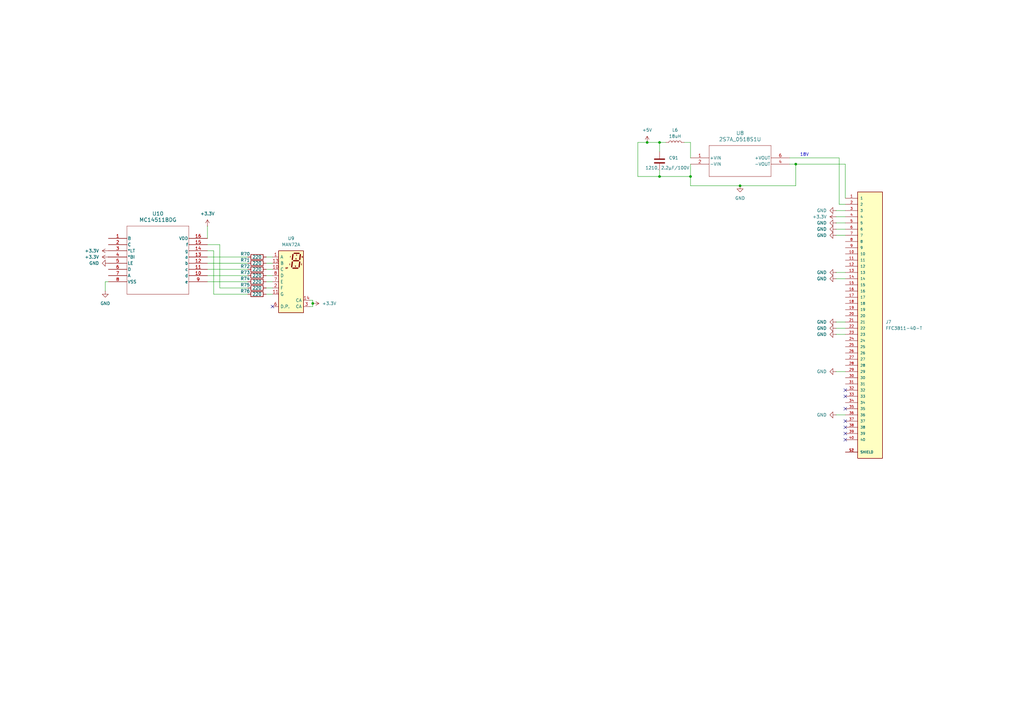
<source format=kicad_sch>
(kicad_sch (version 20250114) (generator "eeschema") (generator_version "9.0")
  (paper "A3")
  (title_block (title "Display") (date "2025-09-22") (rev "0"))
  (lib_symbols
    (symbol "2S7A_0518S1U:2S7A_0518S1U" (pin_names (offset 0.254))
      (property "Reference" "U" (at 20.32 10.16 0))
      (property "Value" "2S7A_0518S1U" (at 20.32 7.62 0))
      (symbol "2S7A_0518S1U_0_1"
        (polyline (pts (xy 7.62 5.08) (xy 7.62 -7.62)) (stroke (width 0.127)))
        (polyline (pts (xy 7.62 -7.62) (xy 33.02 -7.62)) (stroke (width 0.127)))
        (polyline (pts (xy 33.02 5.08) (xy 7.62 5.08)) (stroke (width 0.127)))
        (polyline (pts (xy 33.02 -7.62) (xy 33.02 5.08)) (stroke (width 0.127)))
        (pin power_in line (at 0 0 0) (length 7.62) (name "+VIN") (number "1"))
        (pin power_in line (at 0 -2.54 0) (length 7.62) (name "-VIN") (number "2"))
        (pin power_in line (at 40.64 0 180) (length 7.62) (name "+VOUT") (number "6"))
        (pin power_in line (at 40.64 -2.54 180) (length 7.62) (name "-VOUT") (number "4"))
      )
    )
    (symbol "Device:C" (pin_numbers (hide yes)) (pin_names (offset 0.254))
      (property "Reference" "C" (at 0.635 2.54 0))
      (property "Value" "C" (at 0.635 -2.54 0))
      (symbol "C_0_1"
        (polyline (pts (xy -2.032 0.762) (xy 2.032 0.762)) (stroke (width 0.508)))
        (polyline (pts (xy -2.032 -0.762) (xy 2.032 -0.762)) (stroke (width 0.508)))
      )
      (symbol "C_1_1"
        (pin passive line (at 0 3.81 270) (length 2.794) (name "~") (number "1"))
        (pin passive line (at 0 -3.81 90) (length 2.794) (name "~") (number "2"))
      )
    )
    (symbol "Device:L" (pin_numbers (hide yes)) (pin_names (offset 1.016) (hide yes))
      (property "Reference" "L" (at -1.27 0 90))
      (property "Value" "L" (at 1.905 0 90))
      (symbol "L_0_1"
        (arc (start 0 2.54) (mid 0.6323 1.905) (end 0 1.27))
        (arc (start 0 1.27) (mid 0.6323 0.635) (end 0 0))
        (arc (start 0 0) (mid 0.6323 -0.635) (end 0 -1.27))
        (arc (start 0 -1.27) (mid 0.6323 -1.905) (end 0 -2.54))
      )
      (symbol "L_1_1"
        (pin passive line (at 0 3.81 270) (length 1.27) (name "1") (number "1"))
        (pin passive line (at 0 -3.81 90) (length 1.27) (name "2") (number "2"))
      )
    )
    (symbol "Device:R" (pin_numbers (hide yes)) (pin_names (offset 0))
      (property "Reference" "R" (at 2.032 0 90))
      (property "Value" "R" (at 0 0 90))
      (symbol "R_0_1"
        (rectangle (start -1.016 -2.54) (end 1.016 2.54) (stroke (width 0.254)))
      )
      (symbol "R_1_1"
        (pin passive line (at 0 3.81 270) (length 1.27) (name "~") (number "1"))
        (pin passive line (at 0 -3.81 90) (length 1.27) (name "~") (number "2"))
      )
    )
    (symbol "Display_Character:MAN72A" (pin_names (offset 0.635))
      (property "Reference" "U" (at -2.54 13.97 0))
      (property "Value" "MAN72A" (at 2.794 -14.224 0))
      (symbol "MAN72A_0_0"
        (text "DP" (at -1.778 5.588 0) (effects (font (size 0.508 0.508))))
        (text "E" (at -0.508 7.112 0) (effects (font (size 0.508 0.508))))
        (text "F" (at -0.254 10.16 0) (effects (font (size 0.508 0.508))))
        (text "D" (at 1.778 6.35 0) (effects (font (size 0.508 0.508))))
        (text "G" (at 2.032 9.398 0) (effects (font (size 0.508 0.508))))
        (text "A" (at 2.286 10.922 0) (effects (font (size 0.508 0.508))))
        (text "C" (at 4.318 7.112 0) (effects (font (size 0.508 0.508))))
        (text "B" (at 4.572 10.16 0) (effects (font (size 0.508 0.508))))
      )
      (symbol "MAN72A_0_1"
        (rectangle (start -5.08 12.7) (end 5.08 -12.7) (stroke (width 0.254)) (fill (type background)))
        (polyline (pts (xy -0.762 5.588) (xy -0.762 5.588)) (stroke (width 0.508)))
        (polyline (pts (xy 0.508 8.128) (xy 0.254 6.096)) (stroke (width 0.508)))
        (polyline (pts (xy 0.762 11.176) (xy 0.508 9.144)) (stroke (width 0.508)))
        (polyline (pts (xy 0.762 5.588) (xy 2.794 5.588)) (stroke (width 0.508)))
        (polyline (pts (xy 1.016 8.636) (xy 3.048 8.636)) (stroke (width 0.508)))
        (polyline (pts (xy 1.27 11.684) (xy 3.302 11.684)) (stroke (width 0.508)))
        (polyline (pts (xy 3.556 8.128) (xy 3.302 6.096)) (stroke (width 0.508)))
        (polyline (pts (xy 3.81 11.176) (xy 3.556 9.144)) (stroke (width 0.508)))
      )
      (symbol "MAN72A_1_1"
        (pin input line (at -7.62 10.16 0) (length 2.54) (name "A") (number "1"))
        (pin input line (at -7.62 7.62 0) (length 2.54) (name "B") (number "13"))
        (pin input line (at -7.62 5.08 0) (length 2.54) (name "C") (number "10"))
        (pin input line (at -7.62 2.54 0) (length 2.54) (name "D") (number "8"))
        (pin input line (at -7.62 0 0) (length 2.54) (name "E") (number "7"))
        (pin input line (at -7.62 -2.54 0) (length 2.54) (name "F") (number "2"))
        (pin input line (at -7.62 -5.08 0) (length 2.54) (name "G") (number "11"))
        (pin input line (at -7.62 -10.16 0) (length 2.54) (name "D.P.") (number "6"))
        (pin no_connect line (at 5.08 2.54 180) (length 2.54) (hide yes) (name "NC") (number "4"))
        (pin no_connect line (at 5.08 0 180) (length 2.54) (hide yes) (name "NC") (number "5"))
        (pin no_connect line (at 5.08 -2.54 180) (length 2.54) (hide yes) (name "NC") (number "9"))
        (pin no_connect line (at 5.08 -5.08 180) (length 2.54) (hide yes) (name "NC") (number "12"))
        (pin input line (at 7.62 -7.62 180) (length 2.54) (name "CA") (number "14"))
        (pin input line (at 7.62 -10.16 180) (length 2.54) (name "CA") (number "3"))
      )
    )
    (symbol "FFC3B11-40-T:FFC3B11-40-T" (pin_names (offset 1.016))
      (property "Reference" "J" (at -5.08 54.102 0))
      (property "Value" "FFC3B11-40-T" (at -5.08 -58.42 0))
      (symbol "FFC3B11-40-T_0_0"
        (rectangle (start -5.08 -55.88) (end 5.08 53.34) (stroke (width 0.254)) (fill (type background)))
        (pin passive line (at -10.16 50.8 0) (length 5.08) (name "1") (number "1"))
        (pin passive line (at -10.16 48.26 0) (length 5.08) (name "2") (number "2"))
        (pin passive line (at -10.16 45.72 0) (length 5.08) (name "3") (number "3"))
        (pin passive line (at -10.16 43.18 0) (length 5.08) (name "4") (number "4"))
        (pin passive line (at -10.16 40.64 0) (length 5.08) (name "5") (number "5"))
        (pin passive line (at -10.16 38.1 0) (length 5.08) (name "6") (number "6"))
        (pin passive line (at -10.16 35.56 0) (length 5.08) (name "7") (number "7"))
        (pin passive line (at -10.16 33.02 0) (length 5.08) (name "8") (number "8"))
        (pin passive line (at -10.16 30.48 0) (length 5.08) (name "9") (number "9"))
        (pin passive line (at -10.16 27.94 0) (length 5.08) (name "10") (number "10"))
        (pin passive line (at -10.16 25.4 0) (length 5.08) (name "11") (number "11"))
        (pin passive line (at -10.16 22.86 0) (length 5.08) (name "12") (number "12"))
        (pin passive line (at -10.16 20.32 0) (length 5.08) (name "13") (number "13"))
        (pin passive line (at -10.16 17.78 0) (length 5.08) (name "14") (number "14"))
        (pin passive line (at -10.16 15.24 0) (length 5.08) (name "15") (number "15"))
        (pin passive line (at -10.16 12.7 0) (length 5.08) (name "16") (number "16"))
        (pin passive line (at -10.16 10.16 0) (length 5.08) (name "17") (number "17"))
        (pin passive line (at -10.16 7.62 0) (length 5.08) (name "18") (number "18"))
        (pin passive line (at -10.16 5.08 0) (length 5.08) (name "19") (number "19"))
        (pin passive line (at -10.16 2.54 0) (length 5.08) (name "20") (number "20"))
        (pin passive line (at -10.16 0 0) (length 5.08) (name "21") (number "21"))
        (pin passive line (at -10.16 -2.54 0) (length 5.08) (name "22") (number "22"))
        (pin passive line (at -10.16 -5.08 0) (length 5.08) (name "23") (number "23"))
        (pin passive line (at -10.16 -7.62 0) (length 5.08) (name "24") (number "24"))
        (pin passive line (at -10.16 -10.16 0) (length 5.08) (name "25") (number "25"))
        (pin passive line (at -10.16 -12.7 0) (length 5.08) (name "26") (number "26"))
        (pin passive line (at -10.16 -15.24 0) (length 5.08) (name "27") (number "27"))
        (pin passive line (at -10.16 -17.78 0) (length 5.08) (name "28") (number "28"))
        (pin passive line (at -10.16 -20.32 0) (length 5.08) (name "29") (number "29"))
        (pin passive line (at -10.16 -22.86 0) (length 5.08) (name "30") (number "30"))
        (pin passive line (at -10.16 -25.4 0) (length 5.08) (name "31") (number "31"))
        (pin passive line (at -10.16 -27.94 0) (length 5.08) (name "32") (number "32"))
        (pin passive line (at -10.16 -30.48 0) (length 5.08) (name "33") (number "33"))
        (pin passive line (at -10.16 -33.02 0) (length 5.08) (name "34") (number "34"))
        (pin passive line (at -10.16 -35.56 0) (length 5.08) (name "35") (number "35"))
        (pin passive line (at -10.16 -38.1 0) (length 5.08) (name "36") (number "36"))
        (pin passive line (at -10.16 -40.64 0) (length 5.08) (name "37") (number "37"))
        (pin passive line (at -10.16 -43.18 0) (length 5.08) (name "38") (number "38"))
        (pin passive line (at -10.16 -45.72 0) (length 5.08) (name "39") (number "39"))
        (pin passive line (at -10.16 -48.26 0) (length 5.08) (name "40") (number "40"))
        (pin passive line (at -10.16 -53.34 0) (length 5.08) (name "SHIELD") (number "S1"))
        (pin passive line (at -10.16 -53.34 0) (length 5.08) (name "SHIELD") (number "S2"))
      )
    )
    (symbol "MC14511BDG:MC14511BDG" (pin_names (offset 0.254))
      (property "Reference" "U" (at 20.32 10.16 0))
      (property "Value" "MC14511BDG" (at 20.32 7.62 0))
      (symbol "MC14511BDG_0_1"
        (polyline (pts (xy 7.62 5.08) (xy 7.62 -22.86)) (stroke (width 0.127)))
        (polyline (pts (xy 7.62 -22.86) (xy 33.02 -22.86)) (stroke (width 0.127)))
        (polyline (pts (xy 33.02 5.08) (xy 7.62 5.08)) (stroke (width 0.127)))
        (polyline (pts (xy 33.02 -22.86) (xy 33.02 5.08)) (stroke (width 0.127)))
        (pin input line (at 0 0 0) (length 7.62) (name "B") (number "1"))
        (pin input line (at 0 -2.54 0) (length 7.62) (name "C") (number "2"))
        (pin input line (at 0 -5.08 0) (length 7.62) (name "*LT") (number "3"))
        (pin input line (at 0 -7.62 0) (length 7.62) (name "*BI") (number "4"))
        (pin input line (at 0 -10.16 0) (length 7.62) (name "LE") (number "5"))
        (pin input line (at 0 -12.7 0) (length 7.62) (name "D") (number "6"))
        (pin input line (at 0 -15.24 0) (length 7.62) (name "A") (number "7"))
        (pin power_in line (at 0 -17.78 0) (length 7.62) (name "VSS") (number "8"))
        (pin power_in line (at 40.64 0 180) (length 7.62) (name "VDD") (number "16"))
        (pin output line (at 40.64 -2.54 180) (length 7.62) (name "f") (number "15"))
        (pin output line (at 40.64 -5.08 180) (length 7.62) (name "g") (number "14"))
        (pin output line (at 40.64 -7.62 180) (length 7.62) (name "a") (number "13"))
        (pin output line (at 40.64 -10.16 180) (length 7.62) (name "b") (number "12"))
        (pin output line (at 40.64 -12.7 180) (length 7.62) (name "c") (number "11"))
        (pin output line (at 40.64 -15.24 180) (length 7.62) (name "d") (number "10"))
        (pin output line (at 40.64 -17.78 180) (length 7.62) (name "e") (number "9"))
      )
    )
    (symbol "power:+3.3V" (power) (pin_numbers (hide yes)) (pin_names (offset 0) (hide yes))
      (property "Value" "+3.3V" (at 0 3.556 0))
      (symbol "+3.3V_0_1"
        (polyline (pts (xy -0.762 1.27) (xy 0 2.54)))
        (polyline (pts (xy 0 2.54) (xy 0.762 1.27)))
        (polyline (pts (xy 0 0) (xy 0 2.54)))
      )
      (symbol "+3.3V_1_1"
        (pin power_in line (at 0 0 90) (length 0) (name "~") (number "1"))
      )
    )
    (symbol "power:+5V" (power) (pin_numbers (hide yes)) (pin_names (offset 0) (hide yes))
      (property "Value" "+5V" (at 0 3.556 0))
      (symbol "+5V_0_1"
        (polyline (pts (xy -0.762 1.27) (xy 0 2.54)))
        (polyline (pts (xy 0 2.54) (xy 0.762 1.27)))
        (polyline (pts (xy 0 0) (xy 0 2.54)))
      )
      (symbol "+5V_1_1"
        (pin power_in line (at 0 0 90) (length 0) (name "~") (number "1"))
      )
    )
    (symbol "power:GND" (power) (pin_numbers (hide yes)) (pin_names (offset 0) (hide yes))
      (property "Value" "GND" (at 0 -3.81 0))
      (symbol "GND_0_1"
        (polyline (pts (xy 0 0) (xy 0 -1.27) (xy 1.27 -1.27) (xy 0 -2.54) (xy -1.27 -1.27) (xy 0 -1.27)))
      )
      (symbol "GND_1_1"
        (pin power_in line (at 0 0 270) (length 0) (name "~") (number "1"))
      )
    )
  )
  (text "18V" (at 329.946 63.5 0) (effects (font (size 1.27 1.27))))
  (junction (at 326.39 67.31))
  (junction (at 128.27 124.46))
  (junction (at 270.51 58.42))
  (junction (at 265.43 58.42))
  (junction (at 270.51 72.39))
  (junction (at 283.21 72.39))
  (junction (at 303.53 76.2))
  (no_connect (at 346.71 162.56))
  (no_connect (at 346.71 160.02))
  (no_connect (at 346.71 175.26))
  (no_connect (at 111.76 125.73))
  (no_connect (at 346.71 180.34))
  (no_connect (at 346.71 177.8))
  (no_connect (at 346.71 167.64))
  (no_connect (at 346.71 172.72))
  (wire (pts (xy 326.39 76.2) (xy 326.39 67.31)))
  (wire (pts (xy 109.22 107.95) (xy 111.76 107.95)))
  (wire (pts (xy 109.22 110.49) (xy 111.76 110.49)))
  (wire (pts (xy 270.51 72.39) (xy 283.21 72.39)))
  (wire (pts (xy 109.22 118.11) (xy 111.76 118.11)))
  (wire (pts (xy 128.27 124.46) (xy 128.27 123.19)))
  (wire (pts (xy 326.39 67.31) (xy 346.71 67.31)))
  (wire (pts (xy 323.85 64.77) (xy 344.17 64.77)))
  (wire (pts (xy 270.51 69.85) (xy 270.51 72.39)))
  (wire (pts (xy 326.39 67.31) (xy 323.85 67.31)))
  (wire (pts (xy 90.17 100.33) (xy 85.09 100.33)))
  (wire (pts (xy 87.63 102.87) (xy 87.63 120.65)))
  (wire (pts (xy 43.18 115.57) (xy 43.18 119.38)))
  (wire (pts (xy 303.53 76.2) (xy 326.39 76.2)))
  (wire (pts (xy 342.9 152.4) (xy 346.71 152.4)))
  (wire (pts (xy 342.9 170.18) (xy 346.71 170.18)))
  (wire (pts (xy 342.9 111.76) (xy 346.71 111.76)))
  (wire (pts (xy 44.45 115.57) (xy 43.18 115.57)))
  (wire (pts (xy 85.09 115.57) (xy 101.6 115.57)))
  (wire (pts (xy 344.17 64.77) (xy 344.17 83.82)))
  (wire (pts (xy 85.09 113.03) (xy 101.6 113.03)))
  (wire (pts (xy 85.09 110.49) (xy 101.6 110.49)))
  (wire (pts (xy 90.17 118.11) (xy 101.6 118.11)))
  (wire (pts (xy 127 125.73) (xy 128.27 125.73)))
  (wire (pts (xy 128.27 123.19) (xy 127 123.19)))
  (wire (pts (xy 261.62 58.42) (xy 261.62 72.39)))
  (wire (pts (xy 109.22 113.03) (xy 111.76 113.03)))
  (wire (pts (xy 283.21 67.31) (xy 283.21 72.39)))
  (wire (pts (xy 346.71 67.31) (xy 346.71 81.28)))
  (wire (pts (xy 85.09 107.95) (xy 101.6 107.95)))
  (wire (pts (xy 85.09 105.41) (xy 101.6 105.41)))
  (wire (pts (xy 342.9 134.62) (xy 346.71 134.62)))
  (wire (pts (xy 342.9 88.9) (xy 346.71 88.9)))
  (wire (pts (xy 90.17 100.33) (xy 90.17 118.11)))
  (wire (pts (xy 109.22 120.65) (xy 111.76 120.65)))
  (wire (pts (xy 109.22 105.41) (xy 111.76 105.41)))
  (wire (pts (xy 87.63 120.65) (xy 101.6 120.65)))
  (wire (pts (xy 85.09 92.71) (xy 85.09 97.79)))
  (wire (pts (xy 280.67 58.42) (xy 283.21 58.42)))
  (wire (pts (xy 273.05 58.42) (xy 270.51 58.42)))
  (wire (pts (xy 283.21 76.2) (xy 303.53 76.2)))
  (wire (pts (xy 342.9 93.98) (xy 346.71 93.98)))
  (wire (pts (xy 342.9 96.52) (xy 346.71 96.52)))
  (wire (pts (xy 261.62 72.39) (xy 270.51 72.39)))
  (wire (pts (xy 85.09 102.87) (xy 87.63 102.87)))
  (wire (pts (xy 283.21 76.2) (xy 283.21 72.39)))
  (wire (pts (xy 342.9 91.44) (xy 346.71 91.44)))
  (wire (pts (xy 342.9 132.08) (xy 346.71 132.08)))
  (wire (pts (xy 109.22 115.57) (xy 111.76 115.57)))
  (wire (pts (xy 342.9 114.3) (xy 346.71 114.3)))
  (wire (pts (xy 342.9 137.16) (xy 346.71 137.16)))
  (wire (pts (xy 283.21 64.77) (xy 283.21 58.42)))
  (wire (pts (xy 342.9 86.36) (xy 346.71 86.36)))
  (wire (pts (xy 344.17 83.82) (xy 346.71 83.82)))
  (wire (pts (xy 270.51 58.42) (xy 270.51 62.23)))
  (wire (pts (xy 265.43 58.42) (xy 270.51 58.42)))
  (wire (pts (xy 261.62 58.42) (xy 265.43 58.42)))
  (wire (pts (xy 128.27 125.73) (xy 128.27 124.46)))
  (symbol (lib_id "power:+3.3V") (at 128.27 124.46 270) (unit 1)
    (property "Reference" "#PWR0139" (effects (hide yes)))
    (property "Value" "+3.3V" (at 132.08 124.4599 90) (effects (justify left)))
    (property "Description" "Power symbol creates a global label with name \"+3.3V\"" (effects (hide yes)))
  )
  (symbol (lib_id "power:GND") (at 342.9 91.44 270) (unit 1)
    (property "Reference" "#PWR0130" (effects (hide yes)))
    (property "Value" "GND" (at 339.09 91.4399 90) (effects (justify right)))
    (property "Description" "Power symbol creates a global label with name \"GND\" , ground" (effects (hide yes)))
  )
  (symbol (lib_id "power:GND") (at 342.9 137.16 270) (unit 1)
    (property "Reference" "#PWR0137" (effects (hide yes)))
    (property "Value" "GND" (at 339.09 137.1599 90) (effects (justify right)))
    (property "Description" "Power symbol creates a global label with name \"GND\" , ground" (effects (hide yes)))
  )
  (symbol (lib_id "power:+3.3V") (at 44.45 102.87 90) (unit 1)
    (property "Reference" "#PWR0142" (effects (hide yes)))
    (property "Value" "+3.3V" (at 40.64 102.8699 90) (effects (justify left)))
    (property "Description" "Power symbol creates a global label with name \"+3.3V\"" (effects (hide yes)))
  )
  (symbol (lib_id "power:GND") (at 44.45 107.95 270) (unit 1)
    (property "Reference" "#PWR0144" (effects (hide yes)))
    (property "Value" "GND" (at 40.64 107.9499 90) (effects (justify right)))
    (property "Description" "Power symbol creates a global label with name \"GND\" , ground" (effects (hide yes)))
  )
  (symbol (lib_id "Display_Character:MAN72A") (at 119.38 115.57 0) (unit 1)
    (property "Reference" "U9" (at 119.38 97.79 0))
    (property "Value" "MAN72A" (at 119.38 100.33 0))
    (property "Footprint" "Display_7Segment:MAN72A" (effects (hide yes)))
    (property "Datasheet" "https://www.digchip.com/datasheets/parts/datasheet/161/MAN3640A-pdf.php" (effects (hide yes)))
    (property "Description" "Single digit 7 segment red LED common anode left hand decimal" (effects (hide yes)))
  )
  (symbol (lib_id "Device:R") (at 105.41 115.57 90) (unit 1)
    (property "Reference" "R74" (at 100.584 114.3 90))
    (property "Value" "220" (at 105.41 115.57 90))
    (property "Footprint" "Resistor_SMD:R_0805_2012Metric" (effects (hide yes)))
    (property "Description" "Resistor" (effects (hide yes)))
  )
  (symbol (lib_id "Device:R") (at 105.41 113.03 90) (unit 1)
    (property "Reference" "R73" (at 100.584 111.76 90))
    (property "Value" "220" (at 105.41 113.03 90))
    (property "Footprint" "Resistor_SMD:R_0805_2012Metric" (effects (hide yes)))
    (property "Description" "Resistor" (effects (hide yes)))
  )
  (symbol (lib_id "Device:L") (at 276.86 58.42 90) (unit 1)
    (property "Reference" "L6" (at 276.86 53.34 90))
    (property "Value" "18uH" (at 276.86 55.88 90))
    (property "Description" "Inductor" (effects (hide yes)))
  )
  (symbol (lib_id "power:GND") (at 342.9 134.62 270) (unit 1)
    (property "Reference" "#PWR0136" (effects (hide yes)))
    (property "Value" "GND" (at 339.09 134.6199 90) (effects (justify right)))
    (property "Description" "Power symbol creates a global label with name \"GND\" , ground" (effects (hide yes)))
  )
  (symbol (lib_id "power:GND") (at 342.9 114.3 270) (unit 1)
    (property "Reference" "#PWR0134" (effects (hide yes)))
    (property "Value" "GND" (at 339.09 114.2999 90) (effects (justify right)))
    (property "Description" "Power symbol creates a global label with name \"GND\" , ground" (effects (hide yes)))
  )
  (symbol (lib_id "power:+3.3V") (at 44.45 105.41 90) (unit 1)
    (property "Reference" "#PWR0143" (effects (hide yes)))
    (property "Value" "+3.3V" (at 40.64 105.4099 90) (effects (justify left)))
    (property "Description" "Power symbol creates a global label with name \"+3.3V\"" (effects (hide yes)))
  )
  (symbol (lib_id "power:+3.3V") (at 85.09 92.71 0) (unit 1)
    (property "Reference" "#PWR0140" (effects (hide yes)))
    (property "Value" "+3.3V" (at 85.09 87.63 0))
    (property "Description" "Power symbol creates a global label with name \"+3.3V\"" (effects (hide yes)))
  )
  (symbol (lib_id "power:GND") (at 342.9 170.18 270) (unit 1)
    (property "Reference" "#PWR0129" (effects (hide yes)))
    (property "Value" "GND" (at 339.09 170.1799 90) (effects (justify right)))
    (property "Description" "Power symbol creates a global label with name \"GND\" , ground" (effects (hide yes)))
  )
  (symbol (lib_id "power:GND") (at 342.9 132.08 270) (unit 1)
    (property "Reference" "#PWR0135" (effects (hide yes)))
    (property "Value" "GND" (at 339.09 132.0799 90) (effects (justify right)))
    (property "Description" "Power symbol creates a global label with name \"GND\" , ground" (effects (hide yes)))
  )
  (symbol (lib_id "Device:R") (at 105.41 120.65 90) (unit 1)
    (property "Reference" "R76" (at 100.584 119.38 90))
    (property "Value" "220" (at 105.41 120.65 90))
    (property "Footprint" "Resistor_SMD:R_0805_2012Metric" (effects (hide yes)))
    (property "Description" "Resistor" (effects (hide yes)))
  )
  (symbol (lib_id "Device:C") (at 270.51 66.04 0) (unit 1)
    (property "Reference" "C91" (at 274.32 64.7699 0) (effects (justify left)))
    (property "Value" "1210, 2.2µF/100V" (at 264.668 68.834 0) (effects (justify left)))
    (property "Description" "Unpolarized capacitor" (effects (hide yes)))
  )
  (symbol (lib_id "Device:R") (at 105.41 107.95 90) (unit 1)
    (property "Reference" "R71" (at 100.584 106.68 90))
    (property "Value" "220" (at 105.41 107.95 90))
    (property "Footprint" "Resistor_SMD:R_0805_2012Metric" (effects (hide yes)))
    (property "Description" "Resistor" (effects (hide yes)))
  )
  (symbol (lib_id "power:GND") (at 303.53 76.2 0) (unit 1)
    (property "Reference" "#PWR0120" (effects (hide yes)))
    (property "Value" "GND" (at 303.53 81.28 0))
    (property "Description" "Power symbol creates a global label with name \"GND\" , ground" (effects (hide yes)))
  )
  (symbol (lib_id "power:GND") (at 342.9 96.52 270) (unit 1)
    (property "Reference" "#PWR0132" (effects (hide yes)))
    (property "Value" "GND" (at 339.09 96.5199 90) (effects (justify right)))
    (property "Description" "Power symbol creates a global label with name \"GND\" , ground" (effects (hide yes)))
  )
  (symbol (lib_id "MC14511BDG:MC14511BDG") (at 44.45 97.79 0) (unit 1)
    (property "Reference" "U10" (at 64.77 87.63 0) (effects (font (size 1.524 1.524))))
    (property "Value" "MC14511BDG" (at 64.77 90.17 0) (effects (font (size 1.524 1.524))))
    (property "Footprint" "MC14511BDG:SOIC-16_ONS" (effects (hide yes)))
    (property "Datasheet" "MC14511BDG" (effects (hide yes)))
  )
  (symbol (lib_id "power:+3.3V") (at 342.9 88.9 90) (unit 1)
    (property "Reference" "#PWR0127" (effects (hide yes)))
    (property "Value" "+3.3V" (at 339.09 88.8999 90) (effects (justify left)))
    (property "Description" "Power symbol creates a global label with name \"+3.3V\"" (effects (hide yes)))
  )
  (symbol (lib_id "power:GND") (at 342.9 152.4 270) (unit 1)
    (property "Reference" "#PWR0128" (effects (hide yes)))
    (property "Value" "GND" (at 339.09 152.3999 90) (effects (justify right)))
    (property "Description" "Power symbol creates a global label with name \"GND\" , ground" (effects (hide yes)))
  )
  (symbol (lib_id "power:GND") (at 342.9 93.98 270) (unit 1)
    (property "Reference" "#PWR0131" (effects (hide yes)))
    (property "Value" "GND" (at 339.09 93.9799 90) (effects (justify right)))
    (property "Description" "Power symbol creates a global label with name \"GND\" , ground" (effects (hide yes)))
  )
  (symbol (lib_id "Device:R") (at 105.41 105.41 90) (unit 1)
    (property "Reference" "R70" (at 100.584 104.14 90))
    (property "Value" "220" (at 105.41 105.41 90))
    (property "Footprint" "Resistor_SMD:R_0805_2012Metric" (effects (hide yes)))
    (property "Description" "Resistor" (effects (hide yes)))
  )
  (symbol (lib_id "power:GND") (at 342.9 111.76 270) (unit 1)
    (property "Reference" "#PWR0133" (effects (hide yes)))
    (property "Value" "GND" (at 339.09 111.7599 90) (effects (justify right)))
    (property "Description" "Power symbol creates a global label with name \"GND\" , ground" (effects (hide yes)))
  )
  (symbol (lib_id "Device:R") (at 105.41 118.11 90) (unit 1)
    (property "Reference" "R75" (at 100.584 116.84 90))
    (property "Value" "220" (at 105.41 118.11 90))
    (property "Footprint" "Resistor_SMD:R_0805_2012Metric" (effects (hide yes)))
    (property "Description" "Resistor" (effects (hide yes)))
  )
  (symbol (lib_id "FFC3B11-40-T:FFC3B11-40-T") (at 356.87 132.08 0) (unit 1)
    (property "Reference" "J7" (at 363.22 132.0799 0) (effects (justify left)))
    (property "Value" "FFC3B11-40-T" (at 363.22 134.6199 0) (effects (justify left)))
    (property "Footprint" "FFC3B11-40-T:GCT_FFC3B11-40-T" (effects (hide yes)))
    (property "DigiKey_Part_Number" "2073-FFC3B11-40-TCT-ND" (effects (hide yes)))
    (property "SnapEDA_Link" "https://www.snapeda.com/parts/FFC3B11-40-T/Global+Connector+Technology/view-part/?ref=snap" (effects (hide yes)))
    (property "MAXIMUM_PACKAGE_HEIGHT" "2.5mm" (effects (hide yes)))
    (property "Package" "None" (effects (hide yes)))
    (property "Check_prices" "https://www.snapeda.com/parts/FFC3B11-40-T/Global+Connector+Technology/view-part/?ref=eda" (effects (hide yes)))
    (property "STANDARD" "Manufacturer Recommendations" (effects (hide yes)))
    (property "PARTREV" "A" (effects (hide yes)))
    (property "MF" "Global Connector Technology" (effects (hide yes)))
    (property "MP" "FFC3B11-40-T" (effects (hide yes)))
    (property "Description_1" "40 Position FFC, FPC Connector Contacts, Top 0.039 (1.00mm) Surface Mount, Right Angle" (effects (hide yes)))
    (property "MANUFACTURER" "GCT" (effects (hide yes)))
  )
  (symbol (lib_id "2S7A_0518S1U:2S7A_0518S1U") (at 283.21 64.77 0) (unit 1)
    (property "Reference" "U8" (at 303.53 54.61 0) (effects (font (size 1.524 1.524))))
    (property "Value" "2S7A_0518S1U" (at 303.53 57.15 0) (effects (font (size 1.524 1.524))))
    (property "Footprint" "2S7A_0518S1U:SIP4_2S7A_GAP" (effects (hide yes)))
    (property "Datasheet" "2S7A_0518S1U" (effects (hide yes)))
  )
  (symbol (lib_id "power:GND") (at 342.9 86.36 270) (unit 1)
    (property "Reference" "#PWR0126" (effects (hide yes)))
    (property "Value" "GND" (at 339.09 86.3599 90) (effects (justify right)))
    (property "Description" "Power symbol creates a global label with name \"GND\" , ground" (effects (hide yes)))
  )
  (symbol (lib_id "power:+5V") (at 265.43 58.42 0) (unit 1)
    (property "Reference" "#PWR0138" (effects (hide yes)))
    (property "Value" "+5V" (at 265.43 53.34 0))
    (property "Description" "Power symbol creates a global label with name \"+5V\"" (effects (hide yes)))
  )
  (symbol (lib_id "Device:R") (at 105.41 110.49 90) (unit 1)
    (property "Reference" "R72" (at 100.584 109.22 90))
    (property "Value" "220" (at 105.41 110.49 90))
    (property "Footprint" "Resistor_SMD:R_0805_2012Metric" (effects (hide yes)))
    (property "Description" "Resistor" (effects (hide yes)))
  )
  (symbol (lib_id "power:GND") (at 43.18 119.38 0) (unit 1)
    (property "Reference" "#PWR0141" (effects (hide yes)))
    (property "Value" "GND" (at 43.18 124.46 0))
    (property "Description" "Power symbol creates a global label with name \"GND\" , ground" (effects (hide yes)))
  )
)
</source>
